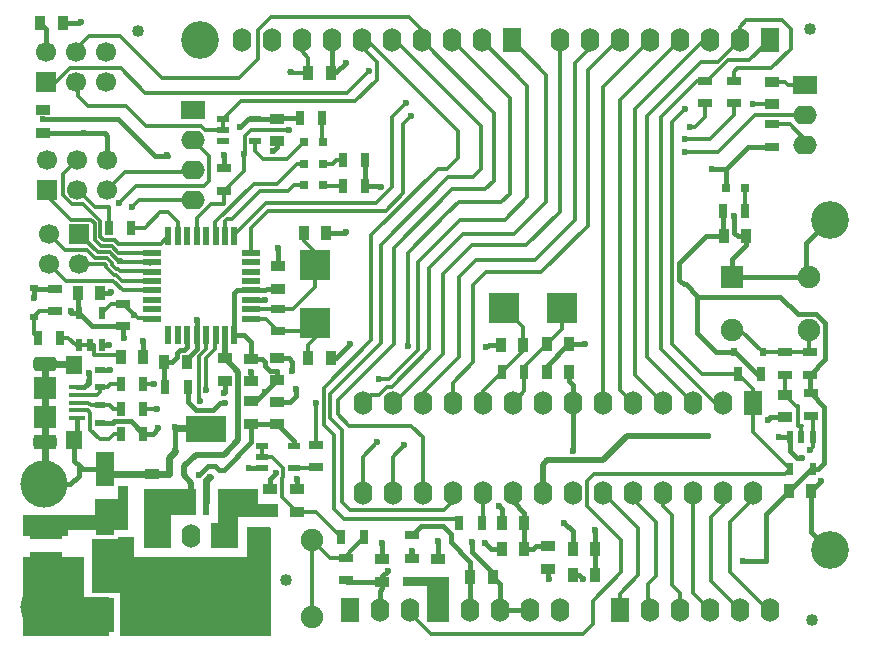
<source format=gtl>
G04 Layer_Physical_Order=1*
G04 Layer_Color=255*
%FSLAX44Y44*%
%MOMM*%
G71*
G01*
G75*
%ADD10R,0.9000X0.6000*%
%ADD11R,2.6000X2.5000*%
%ADD12R,2.5000X2.6000*%
%ADD13R,1.0000X0.5500*%
%ADD14R,0.5500X1.0000*%
%ADD15R,3.5000X2.2000*%
%ADD16R,0.6000X2.2000*%
%ADD17R,0.5500X1.5000*%
%ADD18R,1.5000X0.5500*%
%ADD19R,0.7000X1.3000*%
%ADD20R,1.3000X0.7000*%
%ADD21R,2.7000X2.0000*%
%ADD22C,1.0160*%
%ADD23R,1.3000X0.9000*%
%ADD24R,0.9000X1.3000*%
%ADD25R,0.5588X0.6858*%
%ADD26R,0.6858X0.5588*%
%ADD27R,0.8000X0.8000*%
%ADD28R,1.6000X3.0000*%
%ADD29R,1.3500X0.4000*%
%ADD30R,1.4000X1.6000*%
%ADD31R,1.9000X1.9000*%
%ADD32C,0.3000*%
%ADD33C,0.4000*%
%ADD34C,0.5000*%
%ADD35C,0.6000*%
%ADD36O,1.6000X2.0000*%
%ADD37R,1.6000X2.0000*%
%ADD38C,1.9000*%
%ADD39R,1.9000X1.9000*%
%ADD40C,3.2000*%
%ADD41C,4.0000*%
%ADD42R,2.0000X1.6000*%
%ADD43O,2.0000X1.6000*%
%ADD44C,1.7000*%
%ADD45R,1.7000X1.7000*%
G04:AMPARAMS|DCode=46|XSize=2mm|YSize=1.25mm|CornerRadius=0.3125mm|HoleSize=0mm|Usage=FLASHONLY|Rotation=0.000|XOffset=0mm|YOffset=0mm|HoleType=Round|Shape=RoundedRectangle|*
%AMROUNDEDRECTD46*
21,1,2.0000,0.6250,0,0,0.0*
21,1,1.3750,1.2500,0,0,0.0*
1,1,0.6250,0.6875,-0.3125*
1,1,0.6250,-0.6875,-0.3125*
1,1,0.6250,-0.6875,0.3125*
1,1,0.6250,0.6875,0.3125*
%
%ADD46ROUNDEDRECTD46*%
G04:AMPARAMS|DCode=47|XSize=2mm|YSize=1.2mm|CornerRadius=0.3mm|HoleSize=0mm|Usage=FLASHONLY|Rotation=0.000|XOffset=0mm|YOffset=0mm|HoleType=Round|Shape=RoundedRectangle|*
%AMROUNDEDRECTD47*
21,1,2.0000,0.6000,0,0,0.0*
21,1,1.4000,1.2000,0,0,0.0*
1,1,0.6000,0.7000,-0.3000*
1,1,0.6000,-0.7000,-0.3000*
1,1,0.6000,-0.7000,0.3000*
1,1,0.6000,0.7000,0.3000*
%
%ADD47ROUNDEDRECTD47*%
%ADD48C,0.6000*%
G36*
X92000Y129000D02*
Y93000D01*
X41000D01*
Y88000D01*
X3000D01*
Y106000D01*
X64000D01*
Y119000D01*
X83000D01*
Y130000D01*
X91586D01*
X92000Y129000D01*
D02*
G37*
G36*
X202000Y115000D02*
X219000D01*
Y104000D01*
X185000D01*
Y78000D01*
X162000D01*
Y99000D01*
X168000D01*
Y106000D01*
Y128000D01*
X202000D01*
Y115000D01*
D02*
G37*
G36*
X149000Y106000D02*
X128000D01*
X128000Y78000D01*
X105000D01*
X105000Y128000D01*
X149000D01*
Y106000D01*
D02*
G37*
G36*
X213000Y95000D02*
Y9000D01*
Y3000D01*
X85000Y3000D01*
X85000Y40000D01*
X61000D01*
X61000Y84230D01*
X61000Y85500D01*
X83000D01*
Y87000D01*
X97000D01*
Y70000D01*
X193000D01*
Y96000D01*
X212000D01*
X213000Y95000D01*
D02*
G37*
G36*
X364000Y15000D02*
X345000D01*
Y46000D01*
X325000D01*
Y53000D01*
X364000D01*
Y15000D01*
D02*
G37*
G36*
X55000Y67000D02*
Y36000D01*
X76000D01*
Y3000D01*
X3000D01*
X3000Y70000D01*
X55000D01*
Y67000D01*
D02*
G37*
D10*
X68000Y229000D02*
D03*
Y214000D02*
D03*
Y183750D02*
D03*
Y198750D02*
D03*
D11*
X250000Y317500D02*
D03*
Y268500D02*
D03*
D12*
X459500Y281000D02*
D03*
X410500D02*
D03*
D13*
X205500Y164500D02*
D03*
Y155000D02*
D03*
Y145500D02*
D03*
X232500Y164500D02*
D03*
Y145500D02*
D03*
X172500Y441500D02*
D03*
Y432000D02*
D03*
Y422500D02*
D03*
X199500Y441500D02*
D03*
Y422500D02*
D03*
D14*
X671500Y171500D02*
D03*
X662000D02*
D03*
X652500D02*
D03*
X671500Y144500D02*
D03*
X652500D02*
D03*
X50500Y249500D02*
D03*
X60000D02*
D03*
X69500D02*
D03*
X50500Y276500D02*
D03*
X69500D02*
D03*
D15*
X158250Y179000D02*
D03*
D16*
X183650Y117000D02*
D03*
X170950D02*
D03*
X158250D02*
D03*
X145550D02*
D03*
X132850D02*
D03*
D17*
X182000Y258000D02*
D03*
X174000D02*
D03*
X166000D02*
D03*
X158000D02*
D03*
X150000D02*
D03*
X142000D02*
D03*
X134000D02*
D03*
X126000D02*
D03*
Y342000D02*
D03*
X134000D02*
D03*
X142000D02*
D03*
X150000D02*
D03*
X158000D02*
D03*
X166000D02*
D03*
X174000D02*
D03*
X182000D02*
D03*
D18*
X112000Y272000D02*
D03*
Y280000D02*
D03*
Y288000D02*
D03*
Y296000D02*
D03*
Y304000D02*
D03*
Y312000D02*
D03*
Y320000D02*
D03*
Y328000D02*
D03*
X196000D02*
D03*
Y320000D02*
D03*
Y312000D02*
D03*
Y304000D02*
D03*
Y296000D02*
D03*
Y288000D02*
D03*
Y280000D02*
D03*
Y272000D02*
D03*
D19*
X34500Y256000D02*
D03*
X15500D02*
D03*
X272500Y87000D02*
D03*
X291500D02*
D03*
X427500Y227000D02*
D03*
X408500D02*
D03*
X595500Y363500D02*
D03*
X614500D02*
D03*
X237500Y442000D02*
D03*
X256500D02*
D03*
X627500Y225000D02*
D03*
X608500D02*
D03*
X372500Y99000D02*
D03*
X391500D02*
D03*
X104500Y174750D02*
D03*
X85500D02*
D03*
X104500Y195750D02*
D03*
X85500D02*
D03*
X104500Y216750D02*
D03*
X85500D02*
D03*
X75500Y349000D02*
D03*
X94500D02*
D03*
X142500Y214500D02*
D03*
X123500D02*
D03*
X292500Y384000D02*
D03*
X273500D02*
D03*
X292500Y406000D02*
D03*
X273500D02*
D03*
D20*
X648000Y224500D02*
D03*
Y243500D02*
D03*
X251000Y146500D02*
D03*
Y165500D02*
D03*
X30000Y297500D02*
D03*
Y278500D02*
D03*
X276000Y50500D02*
D03*
Y69500D02*
D03*
X669000Y224500D02*
D03*
Y243500D02*
D03*
X669750Y208750D02*
D03*
Y189750D02*
D03*
X332000Y49500D02*
D03*
Y68500D02*
D03*
Y69500D02*
D03*
Y88500D02*
D03*
X637000Y436500D02*
D03*
Y417500D02*
D03*
X605000Y473500D02*
D03*
Y454500D02*
D03*
X580000Y473500D02*
D03*
Y454500D02*
D03*
X219000Y280500D02*
D03*
Y261500D02*
D03*
X88000Y265500D02*
D03*
Y284500D02*
D03*
X173000Y399500D02*
D03*
Y380500D02*
D03*
D21*
X22000Y64000D02*
D03*
Y96000D02*
D03*
D22*
X226000Y51000D02*
D03*
X671000Y17000D02*
D03*
X669000Y517000D02*
D03*
X100000Y516000D02*
D03*
D23*
X447750Y60500D02*
D03*
Y79500D02*
D03*
X196000Y183000D02*
D03*
Y202000D02*
D03*
X648000Y188500D02*
D03*
Y207500D02*
D03*
X235000Y127500D02*
D03*
Y108500D02*
D03*
X218000Y201750D02*
D03*
Y182750D02*
D03*
Y422500D02*
D03*
Y441500D02*
D03*
X212000Y127500D02*
D03*
Y108500D02*
D03*
X112000Y140500D02*
D03*
Y121500D02*
D03*
X354000Y68500D02*
D03*
Y49500D02*
D03*
X307000Y68500D02*
D03*
Y49500D02*
D03*
X637000Y472500D02*
D03*
Y453500D02*
D03*
X20000Y429500D02*
D03*
Y448500D02*
D03*
X173750Y219500D02*
D03*
Y238500D02*
D03*
X219000Y316500D02*
D03*
Y297500D02*
D03*
X218250Y238750D02*
D03*
Y219750D02*
D03*
X196250Y219000D02*
D03*
Y238000D02*
D03*
D24*
X468250Y55000D02*
D03*
X487250D02*
D03*
X104500Y240000D02*
D03*
X85500D02*
D03*
X68500Y294000D02*
D03*
X49500D02*
D03*
X670500Y126000D02*
D03*
X651500D02*
D03*
X407500Y249750D02*
D03*
X426500D02*
D03*
X465250Y250250D02*
D03*
X446250D02*
D03*
X408500Y99000D02*
D03*
X427500D02*
D03*
X408500Y77000D02*
D03*
X427500D02*
D03*
X263500Y480000D02*
D03*
X244500D02*
D03*
X446500Y227000D02*
D03*
X465500D02*
D03*
X468250Y77250D02*
D03*
X487250D02*
D03*
X36500Y522000D02*
D03*
X17500D02*
D03*
X615500Y342000D02*
D03*
X596500D02*
D03*
X381500Y53000D02*
D03*
X400500D02*
D03*
X263500Y239000D02*
D03*
X244500D02*
D03*
X259500Y345000D02*
D03*
X240500D02*
D03*
X141750Y235250D02*
D03*
X122750D02*
D03*
D25*
X629192Y243500D02*
D03*
X604808D02*
D03*
D26*
X12000Y273808D02*
D03*
Y298192D02*
D03*
D27*
X241000Y385000D02*
D03*
X257000D02*
D03*
X241000Y403000D02*
D03*
X257000D02*
D03*
X241000Y422000D02*
D03*
X257000D02*
D03*
X598000Y382750D02*
D03*
X614000D02*
D03*
D28*
X72000Y21500D02*
D03*
Y62500D02*
D03*
Y103500D02*
D03*
Y144500D02*
D03*
D29*
X48745Y188000D02*
D03*
Y194500D02*
D03*
Y201000D02*
D03*
Y207500D02*
D03*
Y214000D02*
D03*
D30*
X46495Y232750D02*
D03*
Y169000D02*
D03*
D31*
X21995Y213000D02*
D03*
Y189000D02*
D03*
X202500Y19500D02*
D03*
D32*
X591350Y489750D02*
X609600Y508000D01*
X582250Y473500D02*
X599750Y491000D01*
X618000D01*
X635000Y508000D01*
X580000Y473500D02*
X582250D01*
X620650Y119400D02*
Y124800D01*
X601250Y100000D02*
X620650Y119400D01*
X601250Y57500D02*
Y100000D01*
Y57500D02*
X633350Y25400D01*
X635000D01*
X585250Y104000D02*
X595250Y114000D01*
X585250Y49750D02*
Y104000D01*
Y49750D02*
X609600Y25400D01*
X595250Y114000D02*
Y124800D01*
X569850Y39750D02*
Y124800D01*
Y39750D02*
X584200Y25400D01*
X544450Y113550D02*
Y124800D01*
Y113550D02*
X552250Y105750D01*
Y46250D02*
Y105750D01*
Y46250D02*
X558800Y39700D01*
Y25400D02*
Y39700D01*
X519050Y119450D02*
Y124800D01*
Y119450D02*
X538750Y99750D01*
Y54000D02*
Y99750D01*
X532500Y47750D02*
X538750Y54000D01*
X532500Y26300D02*
Y47750D01*
Y26300D02*
X533400Y25400D01*
X508000D02*
Y39250D01*
X341250Y201000D02*
Y208750D01*
X366650Y117400D02*
Y124800D01*
X315850Y201000D02*
X317250D01*
X311087Y214500D02*
X315250D01*
X304000Y221000D02*
X312500D01*
X304350Y207763D02*
X311087Y214500D01*
X290450Y124800D02*
Y155200D01*
X303000Y167750D01*
X371750Y239250D02*
Y307000D01*
X341250Y208750D02*
X371750Y239250D01*
X317250Y201000D02*
X358250Y242000D01*
X315250Y214500D02*
X346750Y246000D01*
X358250Y242000D02*
Y309750D01*
X312500Y221000D02*
X337250Y245750D01*
X315850Y124800D02*
Y154850D01*
X325750Y164750D01*
X279000Y181500D02*
X331750D01*
X314960Y508000D02*
X318000D01*
X269500Y191000D02*
X279000Y181500D01*
X482600Y500850D02*
Y508000D01*
X328500Y248750D02*
Y327750D01*
X589250Y201000D02*
X595250D01*
X273000Y116750D02*
X279750Y110000D01*
X359250D01*
X366650Y117400D01*
X266500Y110750D02*
X274500Y102750D01*
X368750D01*
X372500Y99000D01*
X366650Y217650D02*
X384000Y235000D01*
X366650Y201000D02*
Y217650D01*
X621000Y453500D02*
X637000D01*
X669500Y161000D02*
X671500Y163000D01*
Y171500D01*
X580000Y443000D02*
Y454500D01*
X315250Y442750D02*
X327000Y454500D01*
X325000Y378500D02*
Y437000D01*
X331250Y443250D01*
X567750Y434500D02*
X571500D01*
X580000Y443000D01*
X605000Y444250D02*
Y454500D01*
X622600Y444600D02*
X665000D01*
X591250Y413250D02*
X622600Y444600D01*
X238760Y498490D02*
Y508000D01*
X341250Y124800D02*
Y172000D01*
X331750Y181500D02*
X341250Y172000D01*
X476750Y5000D02*
X485250Y13500D01*
Y33000D01*
X509500Y57250D01*
Y84750D01*
X480500Y113750D02*
X509500Y84750D01*
X648500Y140500D02*
X652500Y144500D01*
X480500Y113750D02*
Y134500D01*
X620650Y176350D02*
X652500Y144500D01*
X608500Y225000D02*
X620650Y212850D01*
X563500Y424250D02*
X585000D01*
X605000Y444250D01*
X563750Y413250D02*
X591250D01*
X620650Y176350D02*
Y201000D01*
Y212850D01*
X574000Y473500D02*
X580000D01*
X577250Y489750D02*
X591350D01*
X531250Y443750D02*
X577250Y489750D01*
X637000Y472500D02*
X648250D01*
X650750Y470000D01*
X665000D01*
Y419200D02*
Y423750D01*
X652250Y436500D02*
X665000Y423750D01*
X637000Y436500D02*
X652250D01*
X614000Y364000D02*
Y382750D01*
Y364000D02*
X614500Y363500D01*
X648000Y207500D02*
Y224500D01*
X668500Y244000D02*
Y262500D01*
X648000Y243500D02*
X668000D01*
X668500Y244000D01*
X629192Y243500D02*
X648000D01*
X629192Y243500D02*
X629192Y243500D01*
X610192Y262500D02*
X629192Y243500D01*
X603500Y262500D02*
X610192D01*
X648000Y207500D02*
X657750Y197750D01*
X659250D01*
X609600Y508000D02*
Y519350D01*
X615500Y525250D01*
X645500D01*
X653250Y517500D01*
Y500750D02*
Y517500D01*
X636500Y484000D02*
X653250Y500750D01*
X607750Y484000D02*
X636500D01*
X605000Y481250D02*
X607750Y484000D01*
X605000Y473500D02*
Y481250D01*
X408500Y227000D02*
X426500Y245000D01*
X392050Y201000D02*
Y210550D01*
X459500Y263500D02*
Y281000D01*
X446250Y250250D02*
X459500Y263500D01*
X427500Y231500D02*
X446250Y250250D01*
X427500Y227000D02*
Y231500D01*
X410500Y281000D02*
X426250Y265250D01*
Y247250D02*
X426500Y247000D01*
X426250Y247250D02*
Y265250D01*
X426500Y245000D02*
Y247000D01*
Y249750D01*
X201860Y516360D02*
X212750Y527250D01*
X330000D01*
X340360Y516890D01*
Y508000D02*
Y516890D01*
X201860Y492110D02*
Y516360D01*
X22600Y472300D02*
X31030D01*
X43029Y484300D01*
X244500Y480000D02*
Y492750D01*
X238760Y498490D02*
X244500Y492750D01*
X228250Y480500D02*
X230250D01*
X228250D02*
X228750Y480000D01*
X244500D01*
X59250Y511750D02*
X84750D01*
X48000Y500500D02*
X59250Y511750D01*
X48000Y497700D02*
Y500500D01*
X172500Y432000D02*
Y441500D01*
X187500Y456500D02*
X284250D01*
X277500Y463500D02*
X295750Y481750D01*
X284250Y456500D02*
X302250Y474500D01*
Y489500D01*
X289560Y502190D02*
Y508000D01*
Y502190D02*
X302250Y489500D01*
X75500Y349000D02*
X75750Y349250D01*
Y367000D01*
X23600Y375629D02*
X43529Y355700D01*
X23600Y375629D02*
Y381300D01*
X49000D02*
X49450D01*
X63750Y367000D01*
X75750D01*
X43529Y355700D02*
X60650D01*
X63500Y352850D01*
X44029Y369300D02*
X54121D01*
X68500Y354921D01*
X119571Y335571D02*
X126000Y342000D01*
X110500Y318500D02*
X112000Y320000D01*
X109050Y319950D02*
X110500Y318500D01*
X111586Y312414D02*
X112000Y312000D01*
X68500Y341050D02*
Y354921D01*
X63500Y338979D02*
Y352850D01*
X25300Y343700D02*
X38700Y330300D01*
X57029D01*
X77500Y284500D02*
X88000D01*
X69500Y276500D02*
X77500Y284500D01*
X16692Y278500D02*
X30000D01*
X12000Y273808D02*
X16692Y278500D01*
X12000Y259500D02*
Y273808D01*
Y259500D02*
X15500Y256000D01*
X84500Y241000D02*
X85500Y240000D01*
X34500Y256000D02*
X41250D01*
X47750Y249500D01*
X50500D01*
X60000D01*
X63250D01*
Y241000D02*
Y249500D01*
Y241000D02*
X84500D01*
X57029Y330300D02*
X64029Y323300D01*
X74271D01*
X85156Y312414D02*
X111586D01*
X66100Y328300D02*
X76342D01*
X63500Y338979D02*
X69179Y333300D01*
X78413D01*
X83713Y328000D01*
X112000D01*
X68500Y341050D02*
X71250Y338300D01*
X80484D01*
X83213Y335571D01*
X119571D01*
X50700Y343700D02*
X66100Y328300D01*
X87429Y296000D02*
X112000D01*
X50700Y318300D02*
X72200D01*
X86500Y304000D02*
X112000D01*
X48745Y201000D02*
X49245Y200500D01*
X77000Y216750D02*
X85500D01*
X74750Y214500D02*
X77000Y216750D01*
X68500Y214500D02*
X74750D01*
X68000Y214000D02*
X68500Y214500D01*
X68000Y198750D02*
X76250D01*
X79250Y195750D01*
X85500D01*
X60571Y198750D02*
X68000D01*
X58321Y201000D02*
X60571Y198750D01*
X48745Y201000D02*
X58321D01*
X48745Y194500D02*
X57750D01*
X60000Y192250D01*
Y178000D02*
Y192250D01*
X94500Y349000D02*
X106000D01*
X232000Y385000D02*
X241000D01*
X235000Y403000D02*
X241000D01*
X218250Y386250D02*
X235000Y403000D01*
X173000Y369071D02*
Y380500D01*
X165500Y342500D02*
X166000Y342000D01*
X174000D02*
X174250Y342250D01*
X227125Y380125D02*
X232000Y385000D01*
X198250Y386250D02*
X218250D01*
X203625Y380125D02*
X227125D01*
X179750Y356250D02*
X203625Y380125D01*
X182000Y342000D02*
Y343250D01*
X208625Y369875D01*
X310000Y363500D02*
X325000Y378500D01*
X196000Y328000D02*
Y349000D01*
X210500Y363500D01*
X310000D01*
X256500Y422500D02*
Y442000D01*
Y422500D02*
X257000Y422000D01*
Y403000D02*
X265250D01*
X258000Y384000D02*
X273500D01*
X257000Y385000D02*
X258000Y384000D01*
X240500Y338000D02*
Y345000D01*
Y338000D02*
X250000Y328500D01*
Y317500D02*
Y328500D01*
Y299250D02*
Y317500D01*
X231250Y280500D02*
X250000Y299250D01*
X219000Y280500D02*
X231250D01*
X196500D02*
X219000D01*
X196000Y280000D02*
X196500Y280500D01*
X244500Y239000D02*
Y250000D01*
X250000Y255500D01*
Y268500D01*
X243000Y261500D02*
X250000Y268500D01*
X219000Y261500D02*
X243000D01*
X208750Y271750D02*
X219000Y261500D01*
X196250Y271750D02*
X208750D01*
X196000Y272000D02*
X196250Y271750D01*
X251000Y108500D02*
X272500Y87000D01*
X235000Y108500D02*
X251000D01*
X222000Y121500D02*
X235000Y108500D01*
X205500Y155000D02*
Y164500D01*
Y155000D02*
X214000D01*
X276000Y71500D02*
X291500Y87000D01*
X276000Y69500D02*
Y71500D01*
X262500Y69500D02*
X276000D01*
X247500Y84500D02*
X262500Y69500D01*
X104500Y195750D02*
X116000D01*
X104500Y216750D02*
X113500D01*
X151750Y203500D02*
X152500Y202750D01*
X165750Y257750D02*
X166000Y258000D01*
X68000Y210000D02*
Y214000D01*
X65500Y207500D02*
X68000Y210000D01*
X48745Y207500D02*
X65500D01*
X508000Y39250D02*
X524000Y55250D01*
Y94450D01*
X493650Y124800D02*
X524000Y94450D01*
X392050Y99550D02*
Y124800D01*
X391500Y99000D02*
X392050Y99550D01*
X232500Y145500D02*
X250000D01*
X251000Y146500D01*
X273000Y116750D02*
Y177750D01*
X266500Y110750D02*
Y173429D01*
X251000Y165500D02*
Y201000D01*
X262500Y188250D02*
X273000Y177750D01*
X257500Y182429D02*
X266500Y173429D01*
X297750Y253892D02*
Y342500D01*
X257500Y182429D02*
Y213642D01*
X297750Y253892D01*
X297213Y207763D02*
X304350D01*
X290450Y201000D02*
X297213Y207763D01*
X100250Y272250D02*
X111750D01*
X112000Y272000D01*
X95250Y366750D02*
Y366850D01*
X88000Y284500D02*
X100250Y272250D01*
X36550Y376779D02*
X44029Y369300D01*
X36550Y376779D02*
Y394250D01*
X49000Y406700D01*
X95250Y366850D02*
X101200Y372800D01*
X84250Y369750D02*
X98800Y384300D01*
X74271Y323300D02*
X78250Y319321D01*
Y317808D02*
Y319321D01*
Y317808D02*
X82058Y314000D01*
X83571D01*
X85156Y312414D01*
X72200Y318300D02*
X73250Y317250D01*
Y315737D02*
Y317250D01*
Y315737D02*
X79987Y309000D01*
X81500D01*
X86500Y304000D01*
X79429Y304000D02*
X87429Y296000D01*
X39600Y304000D02*
X79429D01*
X25300Y318300D02*
X39600Y304000D01*
X84750Y319950D02*
X109050D01*
X76342Y328300D02*
X84446Y320196D01*
X578000Y225000D02*
X608500D01*
X669750Y189750D02*
X671500Y188000D01*
X659250Y181000D02*
Y197750D01*
X662000Y171500D02*
Y180750D01*
X662250Y181000D01*
X659250D02*
X662250D01*
X671500Y171500D02*
Y188000D01*
X247500Y19500D02*
Y84500D01*
X315250Y383558D02*
Y442750D01*
X208625Y369875D02*
X301567D01*
X315250Y383558D01*
X199500Y413929D02*
X199750Y414179D01*
X199500Y413750D02*
Y413929D01*
Y422500D02*
X199750Y422250D01*
Y414179D02*
Y422250D01*
X190000Y411500D02*
X191000Y412500D01*
X222000Y121500D02*
Y136808D01*
X223500Y138308D01*
Y145500D01*
X214000Y155000D02*
X223500Y145500D01*
X134000Y342000D02*
Y353750D01*
X106000Y349000D02*
X119000Y362000D01*
X125750D01*
X134000Y353750D01*
X101200Y372800D02*
X147000D01*
X174250Y342250D02*
Y354621D01*
X175879Y356250D01*
X179750D01*
X165500Y342500D02*
Y353500D01*
X198250Y386250D01*
X150000Y342000D02*
Y357000D01*
X162071Y369071D01*
X173000D01*
X74400Y381300D02*
X89500Y396400D01*
X155800Y384300D02*
X160500Y389000D01*
X190000Y397500D02*
Y411500D01*
X173000Y380500D02*
X190000Y397500D01*
X151750Y203500D02*
Y240222D01*
X158000Y246472D01*
Y258000D01*
X165750Y246500D02*
Y257750D01*
X158250Y239000D02*
X165750Y246500D01*
X158250Y211500D02*
Y239000D01*
X60000Y178000D02*
X68000Y170000D01*
X75500D01*
X80250Y174750D01*
X85500D01*
X330200Y22800D02*
Y25400D01*
Y22800D02*
X348000Y5000D01*
X476750D01*
X480500Y134500D02*
X486500Y140500D01*
X648500D01*
X417450Y201000D02*
X427500Y211050D01*
Y227000D01*
X392050Y210550D02*
X408500Y227000D01*
X49300Y460700D02*
Y471000D01*
X48000Y472300D02*
X49300Y471000D01*
X185750Y476000D02*
X201860Y492110D01*
X84750Y511750D02*
X120500Y476000D01*
X185750D01*
X85700Y484300D02*
X106500Y463500D01*
X43029Y484300D02*
X85700D01*
X520750Y449250D02*
X579500Y508000D01*
X584200D01*
X508000Y505000D02*
Y508000D01*
X503000Y505000D02*
X508000D01*
X493650Y468250D02*
X533400Y508000D01*
X508000Y212050D02*
X519050Y201000D01*
X508000Y457200D02*
X558800Y508000D01*
X481000Y483000D02*
X503000Y505000D01*
X470000Y488250D02*
X482600Y500850D01*
X416560Y508000D02*
X446000Y478560D01*
X346750Y246000D02*
Y315000D01*
X375250Y343500D01*
X337250Y245750D02*
Y320250D01*
X391160Y508000D02*
X430000Y469160D01*
X543500Y443000D02*
X574000Y473500D01*
X552500Y438750D02*
X563500Y449750D01*
X493650Y201000D02*
Y468250D01*
X508000Y212050D02*
Y457200D01*
X552500Y250500D02*
X578000Y225000D01*
X552500Y250500D02*
Y438750D01*
X543500Y246750D02*
X589250Y201000D01*
X543500Y246750D02*
Y443000D01*
X531250Y239600D02*
X569850Y201000D01*
X531250Y239600D02*
Y443750D01*
X520750Y224700D02*
X544450Y201000D01*
X520750Y224700D02*
Y449250D01*
X481000Y350750D02*
Y483000D01*
X470000Y355250D02*
Y488250D01*
X457200Y362450D02*
Y508000D01*
X429000Y334250D02*
X457200Y362450D01*
X446000Y371000D02*
Y478560D01*
X436500Y321750D02*
X470000Y355250D01*
X441500Y311250D02*
X481000Y350750D01*
X384000Y235000D02*
Y300500D01*
X394750Y311250D01*
X441500D01*
X371750Y307000D02*
X386500Y321750D01*
X436500D01*
X358250Y309750D02*
X382750Y334250D01*
X429000D01*
X375250Y343500D02*
X418500D01*
X446000Y371000D01*
X365760Y508000D02*
X415000Y458760D01*
X362000Y361250D02*
X362250D01*
X372000Y371000D01*
X408000D02*
X415000Y378000D01*
X328500Y327750D02*
X362000Y361250D01*
X372000Y371000D02*
X408000D01*
X415000Y378000D02*
Y458760D01*
X394500Y381500D02*
X402000Y389000D01*
X366500Y381500D02*
X394500D01*
X317000Y332000D02*
X366500Y381500D01*
X289560Y508000D02*
X294000D01*
X340360D02*
X402000Y446360D01*
Y389000D02*
Y446360D01*
X318000Y508000D02*
X391000Y435000D01*
Y399000D02*
Y435000D01*
X305750Y334750D02*
X363000Y392000D01*
X384000D01*
X391000Y399000D01*
X430000Y375000D02*
Y469160D01*
X337250Y320250D02*
X373000Y356000D01*
X411000D01*
X430000Y375000D01*
X269500Y191000D02*
Y203500D01*
X317000Y251000D01*
Y332000D01*
X262500Y188250D02*
Y208500D01*
X305750Y251750D01*
Y334750D01*
X371000Y408000D02*
Y431000D01*
X361750Y398750D02*
X371000Y408000D01*
X354000Y398750D02*
X361750D01*
X294000Y508000D02*
X371000Y431000D01*
X297750Y342500D02*
X354000Y398750D01*
X145200Y396400D02*
X147000Y398200D01*
X172500Y441500D02*
X187500Y456500D01*
X98800Y384300D02*
X155800D01*
X89500Y396400D02*
X145200D01*
X49300Y460700D02*
X58000Y452000D01*
X90000D01*
X106900Y435100D01*
X147000Y423600D02*
X160500Y410100D01*
Y389000D02*
Y410100D01*
X106900Y435100D02*
X153763D01*
X156863Y432000D01*
X172500D01*
X199500Y413750D02*
X206000Y407250D01*
X226250D01*
X106500Y463500D02*
X277500D01*
X265250Y403000D02*
X268250Y406000D01*
X273500D01*
X226250Y407250D02*
X241000Y422000D01*
X191000Y412500D02*
Y426700D01*
X196050Y431750D01*
X228500D01*
D33*
X133250Y239750D02*
Y243407D01*
X128750Y235250D02*
X133250Y239750D01*
X122750Y235250D02*
X128750D01*
X122750Y215250D02*
Y235250D01*
Y215250D02*
X123500Y214500D01*
X48745Y214000D02*
X54500D01*
X58500Y218000D01*
Y218750D01*
Y226000D01*
X381000Y25400D02*
Y52500D01*
X381500Y53000D01*
X209250Y297500D02*
X219000D01*
X207750Y296000D02*
X209250Y297500D01*
X196000Y296000D02*
X207750D01*
X184000D02*
X196000D01*
X182000Y294000D02*
X184000Y296000D01*
X182000Y258000D02*
Y294000D01*
Y258000D02*
X190250D01*
X196250Y252000D01*
Y238000D02*
Y252000D01*
X196000Y202000D02*
X200500D01*
X142500Y201500D02*
Y214500D01*
Y201500D02*
X149000Y195000D01*
X164000D01*
X169750Y200750D01*
X173750D01*
X465500Y219000D02*
Y227000D01*
Y219000D02*
X468750Y215750D01*
Y201500D02*
Y215750D01*
X468250Y201000D02*
X468750Y201500D01*
X487250Y77250D02*
Y93250D01*
Y55000D02*
Y77250D01*
X417450Y117550D02*
Y124800D01*
Y117550D02*
X427500Y107500D01*
Y99000D02*
Y107500D01*
Y77000D02*
Y99000D01*
Y77000D02*
X434750D01*
X437250Y79500D01*
X447750D01*
X595500Y343000D02*
Y363500D01*
Y343000D02*
X596500Y342000D01*
X573500Y259750D02*
X589750Y243500D01*
X604808D01*
X605657D01*
X624157Y225000D01*
X627500D01*
X674092Y276000D02*
X682000Y268092D01*
Y237500D02*
Y268092D01*
X669000Y224500D02*
X682000Y237500D01*
X669000Y209500D02*
Y224500D01*
Y209500D02*
X669750Y208750D01*
X681000Y197500D01*
X676000Y144500D02*
X681000Y149500D01*
X671500Y144500D02*
X676000D01*
X670000D02*
X671500D01*
X651500Y126000D02*
X670000Y144500D01*
X632000Y106500D02*
X651500Y126000D01*
X632000Y66500D02*
Y106500D01*
X613000Y66500D02*
X632000D01*
X612250Y67250D02*
X613000Y66500D01*
X468250Y55000D02*
X474000D01*
X477250Y51750D01*
X447750Y51750D02*
Y60500D01*
X447875Y51875D02*
X448000Y51750D01*
X332000Y69500D02*
Y75000D01*
X277000Y49500D02*
X307000D01*
X276000Y50500D02*
X277000Y49500D01*
X307000D02*
Y54000D01*
X311750Y58750D01*
X232500Y164500D02*
Y168250D01*
X218000Y182750D02*
X232500Y168250D01*
X196250Y182750D02*
X218000D01*
X196000Y183000D02*
X196250Y182750D01*
X196000Y167500D02*
Y183000D01*
X172750Y144250D02*
X196000Y167500D01*
X61500Y265500D02*
X88000D01*
X49500Y277500D02*
Y294000D01*
X12692Y297500D02*
X30000D01*
X12000Y298192D02*
X12692Y297500D01*
X49500Y277500D02*
X50500Y276500D01*
X61500Y265500D01*
X88000Y256000D02*
Y265500D01*
Y256000D02*
X88250Y255750D01*
X218000Y441500D02*
X218500Y442000D01*
X292500Y384000D02*
Y406000D01*
X172750Y411000D02*
X173000Y410750D01*
X292500Y384000D02*
X305500D01*
X306000Y383500D01*
X22600Y497700D02*
Y516900D01*
X17500Y522000D02*
X22600Y516900D01*
X43750Y276500D02*
X50500D01*
X43500Y276750D02*
X43750Y276500D01*
X12000Y289500D02*
Y298192D01*
X43500Y276750D02*
Y278500D01*
X69500Y249500D02*
X76000D01*
X68000Y229000D02*
X76500D01*
X76500Y229000D01*
X68500Y294000D02*
X77000D01*
X77250Y294250D01*
X194250Y145500D02*
X205500D01*
X235000Y127500D02*
Y136500D01*
X307000Y68500D02*
Y82250D01*
X306750Y82500D02*
X307000Y82250D01*
X354000Y68500D02*
Y84000D01*
X381500Y53000D02*
Y66399D01*
X365200Y82700D02*
Y89550D01*
X358500Y96250D02*
X365200Y89550D01*
X339750Y96250D02*
X358500D01*
X332000Y88500D02*
X339750Y96250D01*
X365200Y82700D02*
X381500Y66399D01*
X408500Y99000D02*
Y110750D01*
X405750Y113500D02*
X408500Y110750D01*
X468250Y77250D02*
Y92000D01*
X461250Y99000D02*
X468250Y92000D01*
X670500Y126000D02*
X678750Y134250D01*
Y135000D01*
X635750Y188500D02*
X648000D01*
X633750Y186500D02*
X635750Y188500D01*
X658750Y276000D02*
X674092D01*
X644250Y290500D02*
X658750Y276000D01*
X573500Y290750D02*
X573750Y290500D01*
X644250D01*
X603500Y307500D02*
X668500D01*
X615500Y334750D02*
Y342000D01*
X603500Y322750D02*
X615500Y334750D01*
X603500Y307500D02*
Y322750D01*
X597750Y383000D02*
Y398750D01*
Y383000D02*
X598000Y382750D01*
X586750Y398750D02*
X597750D01*
X586500Y399000D02*
X586750Y398750D01*
X608250Y342000D02*
X615500D01*
X605250Y345000D02*
X608250Y342000D01*
X605250Y345000D02*
Y358750D01*
X464750Y250250D02*
X465250D01*
X446500Y232000D02*
X464750Y250250D01*
X446500Y227000D02*
Y232000D01*
X397250Y249750D02*
X407500D01*
X395250Y247750D02*
X397250Y249750D01*
X465250Y250250D02*
X478500D01*
X479000Y250750D01*
X36500Y522000D02*
X50750D01*
X52000Y523250D01*
X218000Y417000D02*
Y422500D01*
X214750Y413750D02*
X218000Y417000D01*
X264160Y480660D02*
Y508000D01*
Y480660D02*
X268160D01*
X276000Y488500D01*
X259500Y345000D02*
X275750D01*
X276000Y345250D01*
X219000Y316500D02*
Y331500D01*
X219250Y331750D01*
X196000Y288000D02*
X207250D01*
X207500Y287750D01*
X133250Y243407D02*
X135593Y245750D01*
X141750Y235250D02*
Y238000D01*
X150000Y258000D02*
Y271000D01*
X150000Y271000D01*
X104500Y240000D02*
Y253000D01*
X104750Y253250D01*
X173750Y209750D02*
Y219500D01*
X173500Y209500D02*
X173750Y209750D01*
X263500Y239000D02*
X268000D01*
X279500Y250500D01*
X218250Y238750D02*
X227750D01*
X231000Y235500D01*
Y227750D02*
Y235500D01*
X218000Y201750D02*
X229250D01*
X234000Y206500D01*
Y212250D01*
X196250Y238000D02*
X205500D01*
X207750Y235750D01*
Y232093D02*
Y235750D01*
Y232093D02*
X212093Y227750D01*
X218250D01*
Y219750D02*
Y227750D01*
X200500Y202000D02*
X218250Y219750D01*
X196250Y219000D02*
Y227250D01*
X131500Y180000D02*
X132500Y179000D01*
X573500Y290750D02*
Y291515D01*
X564015Y301000D02*
X573500Y291515D01*
X562601Y301000D02*
X564015D01*
X558500Y305100D02*
X562601Y301000D01*
X558500Y305100D02*
Y319250D01*
X652500Y159750D02*
Y171500D01*
Y159750D02*
X658250Y154000D01*
X662500D01*
X666200Y312050D02*
X668500Y309750D01*
Y307500D02*
Y309750D01*
X670500Y91500D02*
Y126000D01*
Y91500D02*
X685800Y76200D01*
X642750Y171500D02*
X642750Y171500D01*
X643250D01*
X642750Y171500D02*
X652500D01*
X307000Y44000D02*
Y49500D01*
X304800Y41800D02*
X307000Y44000D01*
X304800Y25400D02*
Y41800D01*
X212000Y127500D02*
Y136000D01*
X217000Y141000D01*
X20000Y441250D02*
X83750D01*
X173000Y399500D02*
Y410750D01*
X193250Y441500D02*
X199500D01*
X135593Y245750D02*
X139250D01*
X142000Y248500D01*
Y258000D01*
X141750Y238000D02*
X150000Y246250D01*
Y258000D01*
X165149Y147600D02*
X168500Y144250D01*
X172750D01*
X159351Y147600D02*
X165149D01*
X151750Y140000D02*
X159351Y147600D01*
X468250Y159750D02*
Y201000D01*
X597750Y398750D02*
X616500Y417500D01*
X637000D01*
X558500Y319250D02*
X581250Y342000D01*
X596500D01*
X573500Y259750D02*
Y290750D01*
X666200Y312050D02*
Y336000D01*
X685800Y355600D01*
X681000Y149500D02*
Y197500D01*
X399250Y77000D02*
X408500D01*
X394250Y82000D02*
X399250Y77000D01*
X406400Y25400D02*
X431800D01*
X406400D02*
Y47100D01*
X400500Y53000D02*
X406400Y47100D01*
X400500Y53000D02*
Y57000D01*
X383000Y74500D02*
X400500Y57000D01*
X383000Y74500D02*
Y83250D01*
X132500Y179000D02*
X158250D01*
X68000Y183750D02*
X78843D01*
X80343Y185250D01*
X94000D01*
X104500Y174750D01*
X112750D01*
X117500Y179500D01*
X23245Y232750D02*
X46495D01*
Y169000D02*
X48745Y171250D01*
Y188000D01*
X53750Y144500D02*
X72000D01*
X46495Y151755D02*
Y169000D01*
Y151755D02*
X50122Y148127D01*
X53750Y144500D01*
X50122Y139122D02*
Y148127D01*
X43000Y132000D02*
X50122Y139122D01*
X21000Y132000D02*
X43000D01*
X21995Y231500D02*
X23245Y232750D01*
X131500Y160500D02*
X132000Y160000D01*
X131500Y180000D02*
X157250D01*
X158250Y179000D01*
X131500Y160500D02*
Y180000D01*
X125000Y411000D02*
X125800Y410200D01*
X83750Y441250D02*
X114800Y410200D01*
X125800D01*
X186500Y434750D02*
X193250Y441500D01*
X20000Y429500D02*
X72000D01*
X74400Y427100D01*
Y406700D02*
Y427100D01*
X199500Y441500D02*
X218000D01*
X218500Y442000D02*
X237500D01*
D34*
X174000Y238750D02*
Y258000D01*
X173750Y238500D02*
X174000Y238750D01*
X173750Y238500D02*
X185000Y227250D01*
Y169000D02*
Y227250D01*
X145550Y116000D02*
Y117000D01*
Y133000D01*
X139000Y139550D02*
X145550Y133000D01*
X139000Y139550D02*
Y147000D01*
X149000Y157000D01*
X173000D01*
X185000Y169000D01*
X442850Y147850D02*
X447000Y152000D01*
X442850Y124800D02*
Y147850D01*
X447000Y152000D02*
X494000D01*
X514500Y172500D01*
X583000D01*
D35*
X158250Y117000D02*
Y135250D01*
X161000Y138000D01*
X126500Y140500D02*
Y154500D01*
X112000Y140500D02*
X126500D01*
X21995Y189000D02*
Y213000D01*
Y168000D02*
Y189000D01*
Y132995D02*
Y168000D01*
X21000Y132000D02*
X21995Y132995D01*
Y213000D02*
Y231500D01*
Y234000D01*
X45245D01*
X46495Y232750D01*
X76000Y140500D02*
X112000D01*
X72000Y144500D02*
X76000Y140500D01*
X126500Y154500D02*
X132000Y160000D01*
D36*
X290450Y124800D02*
D03*
X315850D02*
D03*
X341250D02*
D03*
X366650D02*
D03*
X392050D02*
D03*
X417450D02*
D03*
X442850D02*
D03*
X468250D02*
D03*
X493650D02*
D03*
X519050D02*
D03*
X544450D02*
D03*
X569850D02*
D03*
X595250D02*
D03*
X620650D02*
D03*
X290450Y201000D02*
D03*
X315850D02*
D03*
X341250D02*
D03*
X366650D02*
D03*
X392050D02*
D03*
X417450D02*
D03*
X442850D02*
D03*
X468250D02*
D03*
X493650D02*
D03*
X519050D02*
D03*
X544450D02*
D03*
X569850D02*
D03*
X595250D02*
D03*
X457200Y508000D02*
D03*
X482600D02*
D03*
X508000D02*
D03*
X533400D02*
D03*
X558800D02*
D03*
X584200D02*
D03*
X609600D02*
D03*
X391160D02*
D03*
X365760D02*
D03*
X340360D02*
D03*
X314960D02*
D03*
X289560D02*
D03*
X264160D02*
D03*
X238760D02*
D03*
X213360D02*
D03*
X187960D02*
D03*
X170800Y88000D02*
D03*
X145400D02*
D03*
X533400Y25400D02*
D03*
X558800D02*
D03*
X584200D02*
D03*
X609600D02*
D03*
X635000D02*
D03*
X457200D02*
D03*
X431800D02*
D03*
X406400D02*
D03*
X381000D02*
D03*
X355600D02*
D03*
X330200D02*
D03*
X304800D02*
D03*
D37*
X620650Y201000D02*
D03*
X635000Y508000D02*
D03*
X416560D02*
D03*
X120000Y88000D02*
D03*
X508000Y25400D02*
D03*
X279400D02*
D03*
D38*
X202500Y84500D02*
D03*
X247500D02*
D03*
Y19500D02*
D03*
X668500Y307500D02*
D03*
Y262500D02*
D03*
X603500D02*
D03*
D39*
Y307500D02*
D03*
D40*
X152400Y508000D02*
D03*
X685800Y355600D02*
D03*
Y76200D02*
D03*
X139700Y25400D02*
D03*
D41*
X21000Y132000D02*
D03*
Y28000D02*
D03*
D42*
X665000Y470000D02*
D03*
X147000Y449000D02*
D03*
D43*
X665000Y444600D02*
D03*
Y419200D02*
D03*
X147000Y423600D02*
D03*
Y398200D02*
D03*
Y372800D02*
D03*
D44*
X73400Y497700D02*
D03*
X48000D02*
D03*
X22600D02*
D03*
X73400Y472300D02*
D03*
X48000D02*
D03*
X74400Y406700D02*
D03*
X49000D02*
D03*
X23600D02*
D03*
X74400Y381300D02*
D03*
X49000D02*
D03*
X25300Y343700D02*
D03*
X50700Y318300D02*
D03*
X25300D02*
D03*
D45*
X22600Y472300D02*
D03*
X23600Y381300D02*
D03*
X50700Y343700D02*
D03*
D46*
X21995Y168000D02*
D03*
D47*
Y234000D02*
D03*
D48*
X304000Y221000D02*
D03*
X303000Y167750D02*
D03*
X328500Y248750D02*
D03*
X325750Y164750D02*
D03*
X621000Y453500D02*
D03*
X669500Y161000D02*
D03*
X567750Y434500D02*
D03*
X327000Y454500D02*
D03*
X331250Y443250D02*
D03*
X563500Y424250D02*
D03*
X563750Y413250D02*
D03*
X230250Y480500D02*
D03*
X583000Y172500D02*
D03*
X563500Y449750D02*
D03*
X295750Y481750D02*
D03*
X152500Y202750D02*
D03*
X116000Y195750D02*
D03*
X113500Y216750D02*
D03*
X158250Y211500D02*
D03*
X58500Y226000D02*
D03*
Y218750D02*
D03*
X87750Y124000D02*
D03*
Y114250D02*
D03*
X173750Y200750D02*
D03*
X207750Y210000D02*
D03*
X468250Y159750D02*
D03*
X487250Y93250D02*
D03*
X251000Y201000D02*
D03*
X95250Y366750D02*
D03*
X97250Y275000D02*
D03*
X84250Y369750D02*
D03*
X84750Y320500D02*
D03*
X612250Y67250D02*
D03*
X477250Y51750D02*
D03*
X448000D02*
D03*
X332000Y75000D02*
D03*
X311750Y58750D02*
D03*
X151750Y140000D02*
D03*
X88250Y255750D02*
D03*
X172750Y411000D02*
D03*
X306000Y383500D02*
D03*
X12000Y289500D02*
D03*
X43500Y278500D02*
D03*
X20000Y441250D02*
D03*
X76000Y249500D02*
D03*
X76500Y229000D02*
D03*
X77250Y294250D02*
D03*
X194250Y145500D02*
D03*
X235000Y136500D02*
D03*
X306750Y82500D02*
D03*
X354000Y84000D02*
D03*
X394250Y82000D02*
D03*
X405750Y113500D02*
D03*
X461250Y99000D02*
D03*
X678750Y135000D02*
D03*
X633750Y186500D02*
D03*
X586500Y399000D02*
D03*
X605250Y358750D02*
D03*
X395250Y247750D02*
D03*
X479000Y250750D02*
D03*
X52000Y523250D02*
D03*
X214750Y413750D02*
D03*
X276000Y488500D02*
D03*
Y345250D02*
D03*
X219250Y331750D02*
D03*
X207500Y287750D02*
D03*
X150000Y271000D02*
D03*
X104750Y253250D02*
D03*
X173500Y209500D02*
D03*
X279500Y250500D02*
D03*
X231000Y227750D02*
D03*
X234000Y212250D02*
D03*
X196250Y227250D02*
D03*
X131500Y180000D02*
D03*
X383000Y83250D02*
D03*
X662500Y154000D02*
D03*
X117500Y179500D02*
D03*
X190000Y411500D02*
D03*
X228500Y431750D02*
D03*
X643250Y171500D02*
D03*
X132000Y160000D02*
D03*
X93000Y84000D02*
D03*
X217000Y141000D02*
D03*
X125000Y411000D02*
D03*
X186500Y434750D02*
D03*
X161000Y138000D02*
D03*
X55000Y429000D02*
D03*
X48000Y39000D02*
D03*
Y31000D02*
D03*
Y23000D02*
D03*
X172500Y422500D02*
D03*
M02*

</source>
